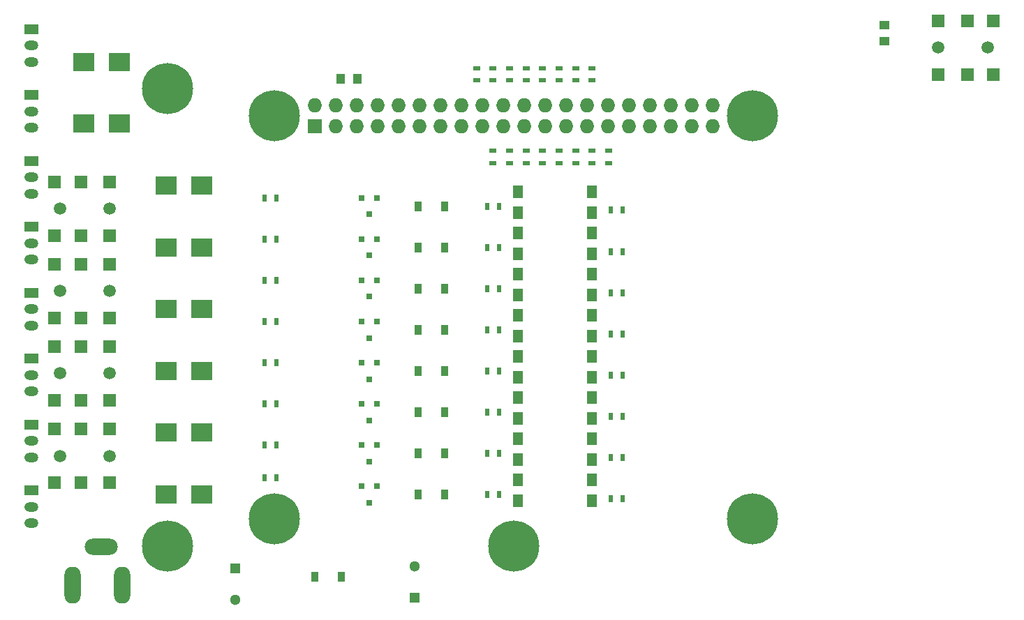
<source format=gbs>
G04 #@! TF.GenerationSoftware,KiCad,Pcbnew,(2017-06-12 revision 19d5cc754)-master*
G04 #@! TF.CreationDate,2017-12-09T12:00:16+01:00*
G04 #@! TF.ProjectId,RPi_Hat,5250695F4861742E6B696361645F7063,rev?*
G04 #@! TF.FileFunction,Soldermask,Bot*
G04 #@! TF.FilePolarity,Negative*
%FSLAX46Y46*%
G04 Gerber Fmt 4.6, Leading zero omitted, Abs format (unit mm)*
G04 Created by KiCad (PCBNEW (2017-06-12 revision 19d5cc754)-master) date 2017 December 09, Saturday 12:00:16*
%MOMM*%
%LPD*%
G01*
G04 APERTURE LIST*
%ADD10C,0.100000*%
%ADD11R,1.250000X1.000000*%
%ADD12R,0.900000X0.500000*%
%ADD13R,1.000000X1.250000*%
%ADD14C,6.200000*%
%ADD15R,1.500000X1.500000*%
%ADD16C,1.500000*%
%ADD17O,1.700000X1.200000*%
%ADD18R,1.700000X1.200000*%
%ADD19R,1.300000X1.500000*%
%ADD20O,4.000000X2.000000*%
%ADD21O,2.000000X4.500000*%
%ADD22R,1.727200X1.727200*%
%ADD23O,1.727200X1.727200*%
%ADD24R,1.300000X1.300000*%
%ADD25C,1.300000*%
%ADD26R,0.910000X1.220000*%
%ADD27R,2.499360X2.301240*%
%ADD28R,0.800100X0.800100*%
%ADD29R,0.500000X0.900000*%
G04 APERTURE END LIST*
D10*
D11*
X77500000Y5000000D03*
X77500000Y7000000D03*
D12*
X38000000Y-9750000D03*
X38000000Y-8250000D03*
X40000000Y-8250000D03*
X40000000Y-9750000D03*
X44000000Y-9750000D03*
X44000000Y-8250000D03*
X32000000Y1750000D03*
X32000000Y250000D03*
X36000000Y1750000D03*
X36000000Y250000D03*
X38000000Y1750000D03*
X38000000Y250000D03*
X42000000Y250000D03*
X42000000Y1750000D03*
X28000000Y250000D03*
X28000000Y1750000D03*
X30000000Y1750000D03*
X30000000Y250000D03*
X34000000Y250000D03*
X34000000Y1750000D03*
X40000000Y1750000D03*
X40000000Y250000D03*
X42000000Y-8250000D03*
X42000000Y-9750000D03*
X36000000Y-9750000D03*
X36000000Y-8250000D03*
X32000000Y-8250000D03*
X32000000Y-9750000D03*
X30000000Y-9750000D03*
X30000000Y-8250000D03*
X34000000Y-8250000D03*
X34000000Y-9750000D03*
D13*
X11500000Y500000D03*
X13500000Y500000D03*
D14*
X32500000Y-56250000D03*
X-9500000Y-750000D03*
X-9500000Y-56250000D03*
D15*
X90700000Y7500000D03*
X87500000Y7500000D03*
X84000000Y7500000D03*
X90700000Y1000000D03*
X87500000Y1000000D03*
X84000000Y1000000D03*
D16*
X90000000Y4250000D03*
X84000000Y4250000D03*
D17*
X-26000000Y-53500000D03*
X-26000000Y-51500000D03*
D18*
X-26000000Y-49500000D03*
X-26000000Y-41500000D03*
D17*
X-26000000Y-43500000D03*
X-26000000Y-45500000D03*
X-26000000Y-37500000D03*
X-26000000Y-35500000D03*
D18*
X-26000000Y-33500000D03*
X-26000000Y-25500000D03*
D17*
X-26000000Y-27500000D03*
X-26000000Y-29500000D03*
X-26000000Y-21500000D03*
X-26000000Y-19500000D03*
D18*
X-26000000Y-17500000D03*
X-26000000Y-9500000D03*
D17*
X-26000000Y-11500000D03*
X-26000000Y-13500000D03*
X-26000000Y-5500000D03*
X-26000000Y-3500000D03*
D18*
X-26000000Y-1500000D03*
X-26000000Y6500000D03*
D17*
X-26000000Y4500000D03*
X-26000000Y2500000D03*
D19*
X33000000Y-50770000D03*
X33000000Y-48230000D03*
X42000000Y-48230000D03*
X42000000Y-50770000D03*
X42000000Y-45770000D03*
X42000000Y-43230000D03*
X33000000Y-43230000D03*
X33000000Y-45770000D03*
X33000000Y-40770000D03*
X33000000Y-38230000D03*
X42000000Y-38230000D03*
X42000000Y-40770000D03*
X42000000Y-35770000D03*
X42000000Y-33230000D03*
X33000000Y-33230000D03*
X33000000Y-35770000D03*
X33000000Y-30770000D03*
X33000000Y-28230000D03*
X42000000Y-28230000D03*
X42000000Y-30770000D03*
X42000000Y-25770000D03*
X42000000Y-23230000D03*
X33000000Y-23230000D03*
X33000000Y-25770000D03*
X33000000Y-20770000D03*
X33000000Y-18230000D03*
X42000000Y-18230000D03*
X42000000Y-20770000D03*
X42000000Y-15770000D03*
X42000000Y-13230000D03*
X33000000Y-13230000D03*
X33000000Y-15770000D03*
D16*
X-16500000Y-45311510D03*
X-22500000Y-45311510D03*
X-22500000Y-35311510D03*
X-16500000Y-35311510D03*
X-16500000Y-45311510D03*
X-22500000Y-45311510D03*
D15*
X-16500000Y-42061510D03*
X-20000000Y-42061510D03*
X-23200000Y-42061510D03*
X-16500000Y-48561510D03*
X-20000000Y-48561510D03*
X-23200000Y-48561510D03*
D16*
X-22500000Y-25311510D03*
X-16500000Y-25311510D03*
X-16500000Y-15311510D03*
X-22500000Y-15311510D03*
D15*
X-23200000Y-18561510D03*
X-20000000Y-18561510D03*
X-16500000Y-18561510D03*
X-23200000Y-12061510D03*
X-20000000Y-12061510D03*
X-16500000Y-12061510D03*
D16*
X-22500000Y-15311510D03*
X-16500000Y-15311510D03*
X-16500000Y-25311510D03*
X-22500000Y-25311510D03*
D15*
X-16500000Y-22061510D03*
X-20000000Y-22061510D03*
X-23200000Y-22061510D03*
X-16500000Y-28561510D03*
X-20000000Y-28561510D03*
X-23200000Y-28561510D03*
X-23200000Y-38561510D03*
X-20000000Y-38561510D03*
X-16500000Y-38561510D03*
X-23200000Y-32061510D03*
X-20000000Y-32061510D03*
X-16500000Y-32061510D03*
D16*
X-22500000Y-35311510D03*
X-16500000Y-35311510D03*
D20*
X-17500000Y-56350000D03*
D21*
X-15000000Y-61000000D03*
X-21000000Y-61000000D03*
D22*
X8370000Y-5270000D03*
D23*
X8370000Y-2730000D03*
X10910000Y-5270000D03*
X10910000Y-2730000D03*
X13450000Y-5270000D03*
X13450000Y-2730000D03*
X15990000Y-5270000D03*
X15990000Y-2730000D03*
X18530000Y-5270000D03*
X18530000Y-2730000D03*
X21070000Y-5270000D03*
X21070000Y-2730000D03*
X23610000Y-5270000D03*
X23610000Y-2730000D03*
X26150000Y-5270000D03*
X26150000Y-2730000D03*
X28690000Y-5270000D03*
X28690000Y-2730000D03*
X31230000Y-5270000D03*
X31230000Y-2730000D03*
X33770000Y-5270000D03*
X33770000Y-2730000D03*
X36310000Y-5270000D03*
X36310000Y-2730000D03*
X38850000Y-5270000D03*
X38850000Y-2730000D03*
X41390000Y-5270000D03*
X41390000Y-2730000D03*
X43930000Y-5270000D03*
X43930000Y-2730000D03*
X46470000Y-5270000D03*
X46470000Y-2730000D03*
X49010000Y-5270000D03*
X49010000Y-2730000D03*
X51550000Y-5270000D03*
X51550000Y-2730000D03*
X54090000Y-5270000D03*
X54090000Y-2730000D03*
X56630000Y-5270000D03*
X56630000Y-2730000D03*
D14*
X61500000Y-4000000D03*
X61500000Y-53000000D03*
X3500000Y-53000000D03*
X3500000Y-4000000D03*
D24*
X20500000Y-62500000D03*
D25*
X20500000Y-58700000D03*
X-1250000Y-62800000D03*
D24*
X-1250000Y-59000000D03*
D26*
X24135000Y-50000000D03*
X20865000Y-50000000D03*
X24135000Y-45000000D03*
X20865000Y-45000000D03*
X20865000Y-40000000D03*
X24135000Y-40000000D03*
X24135000Y-35000000D03*
X20865000Y-35000000D03*
X24135000Y-30000000D03*
X20865000Y-30000000D03*
X20865000Y-25000000D03*
X24135000Y-25000000D03*
X20865000Y-20000000D03*
X24135000Y-20000000D03*
X20865000Y-15000000D03*
X24135000Y-15000000D03*
D27*
X-5351160Y-50000000D03*
X-9648840Y-50000000D03*
X-5351160Y-42500000D03*
X-9648840Y-42500000D03*
X-9648840Y-35000000D03*
X-5351160Y-35000000D03*
X-9648840Y-27500000D03*
X-5351160Y-27500000D03*
X-5351160Y-20000000D03*
X-9648840Y-20000000D03*
X-5351160Y-12500000D03*
X-9648840Y-12500000D03*
X-19648840Y-5000000D03*
X-15351160Y-5000000D03*
X-19648840Y2500000D03*
X-15351160Y2500000D03*
D26*
X11635000Y-60000000D03*
X8365000Y-60000000D03*
D28*
X15000000Y-50998220D03*
X15950000Y-48999240D03*
X14050000Y-48999240D03*
X14050000Y-43999240D03*
X15950000Y-43999240D03*
X15000000Y-45998220D03*
X14050000Y-38999240D03*
X15950000Y-38999240D03*
X15000000Y-40998220D03*
X14050000Y-33999240D03*
X15950000Y-33999240D03*
X15000000Y-35998220D03*
X15000000Y-30998220D03*
X15950000Y-28999240D03*
X14050000Y-28999240D03*
X15000000Y-25998220D03*
X15950000Y-23999240D03*
X14050000Y-23999240D03*
X14050000Y-18999240D03*
X15950000Y-18999240D03*
X15000000Y-20998220D03*
X15000000Y-15998220D03*
X15950000Y-13999240D03*
X14050000Y-13999240D03*
D29*
X44250000Y-50500000D03*
X45750000Y-50500000D03*
X44250000Y-45500000D03*
X45750000Y-45500000D03*
X44250000Y-40500000D03*
X45750000Y-40500000D03*
X44250000Y-35500000D03*
X45750000Y-35500000D03*
X44250000Y-30500000D03*
X45750000Y-30500000D03*
X44250000Y-25500000D03*
X45750000Y-25500000D03*
X44250000Y-20500000D03*
X45750000Y-20500000D03*
X44250000Y-15500000D03*
X45750000Y-15500000D03*
X30750000Y-50000000D03*
X29250000Y-50000000D03*
X30750000Y-45000000D03*
X29250000Y-45000000D03*
X30750000Y-40000000D03*
X29250000Y-40000000D03*
X30750000Y-35000000D03*
X29250000Y-35000000D03*
X30750000Y-30000000D03*
X29250000Y-30000000D03*
X30750000Y-25000000D03*
X29250000Y-25000000D03*
X30750000Y-20000000D03*
X29250000Y-20000000D03*
X30750000Y-15000000D03*
X29250000Y-15000000D03*
X3750000Y-48000000D03*
X2250000Y-48000000D03*
X2250000Y-44000000D03*
X3750000Y-44000000D03*
X2250000Y-39000000D03*
X3750000Y-39000000D03*
X3750000Y-34000000D03*
X2250000Y-34000000D03*
X3750000Y-29000000D03*
X2250000Y-29000000D03*
X3750000Y-24000000D03*
X2250000Y-24000000D03*
X2250000Y-19000000D03*
X3750000Y-19000000D03*
X2250000Y-14000000D03*
X3750000Y-14000000D03*
M02*

</source>
